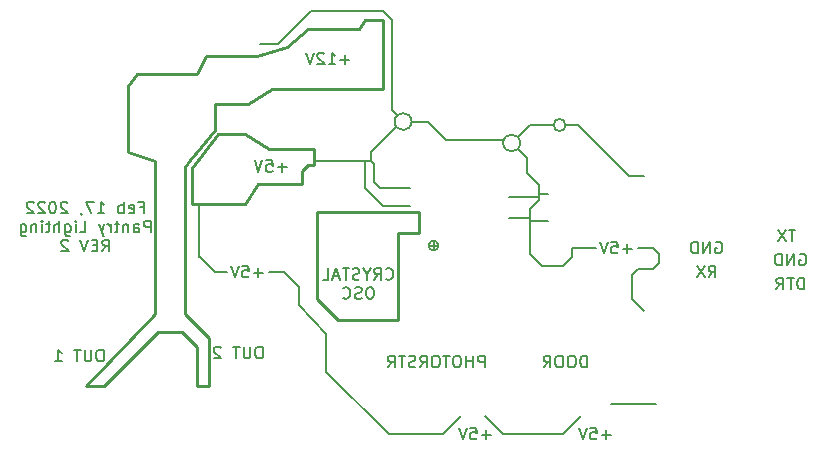
<source format=gbo>
%TF.GenerationSoftware,KiCad,Pcbnew,(6.0.0)*%
%TF.CreationDate,2022-05-28T20:15:04-06:00*%
%TF.ProjectId,PantryLights,50616e74-7279-44c6-9967-6874732e6b69,rev?*%
%TF.SameCoordinates,Original*%
%TF.FileFunction,Legend,Bot*%
%TF.FilePolarity,Positive*%
%FSLAX46Y46*%
G04 Gerber Fmt 4.6, Leading zero omitted, Abs format (unit mm)*
G04 Created by KiCad (PCBNEW (6.0.0)) date 2022-05-28 20:15:04*
%MOMM*%
%LPD*%
G01*
G04 APERTURE LIST*
%ADD10C,0.127000*%
%ADD11C,0.254000*%
%ADD12C,0.150000*%
%ADD13R,1.905000X2.000000*%
%ADD14O,1.905000X2.000000*%
%ADD15R,1.700000X1.700000*%
%ADD16O,1.700000X1.700000*%
%ADD17C,3.250000*%
%ADD18R,1.500000X1.500000*%
%ADD19C,1.500000*%
%ADD20C,2.300000*%
%ADD21R,2.600000X2.600000*%
%ADD22C,2.600000*%
%ADD23C,2.000000*%
%ADD24R,2.000000X1.905000*%
%ADD25O,2.000000X1.905000*%
%ADD26R,2.000000X4.600000*%
%ADD27O,2.000000X4.200000*%
%ADD28O,4.200000X2.000000*%
G04 APERTURE END LIST*
D10*
X142076000Y-79790000D02*
X135980000Y-79790000D01*
X157570000Y-89442000D02*
G75*
G03*
X157570000Y-89442000I-508000J0D01*
G01*
X163158000Y-104174000D02*
X164174000Y-105190000D01*
X134964000Y-103158000D02*
X134964000Y-104682000D01*
X142838000Y-88172000D02*
X142838000Y-80552000D01*
X143301122Y-88630178D02*
X142838000Y-88172000D01*
X126582000Y-100618000D02*
X127852000Y-101888000D01*
X153716420Y-90966000D02*
G75*
G03*
X153716420Y-90966000I-718420J0D01*
G01*
X158078000Y-100618000D02*
X158078000Y-99856000D01*
X141314000Y-94268000D02*
X141822000Y-94776000D01*
X141060000Y-92490000D02*
X141060000Y-91728000D01*
X153506000Y-91474000D02*
X154268000Y-92236000D01*
X154522000Y-97316000D02*
X152744000Y-97316000D01*
X140552000Y-92490000D02*
X140552000Y-94776000D01*
X133694000Y-101888000D02*
X134964000Y-103158000D01*
X144535367Y-89148885D02*
G75*
G03*
X144535367Y-89148885I-718420J0D01*
G01*
X165444000Y-101126000D02*
X164936000Y-101634000D01*
X142076000Y-96300000D02*
X141314000Y-95538000D01*
X154268000Y-93506000D02*
X155284000Y-94522000D01*
X145886000Y-89188000D02*
X147410000Y-90712000D01*
X164936000Y-99856000D02*
X163666000Y-99856000D01*
X165444000Y-100364000D02*
X165444000Y-101126000D01*
X141060000Y-92490000D02*
X141314000Y-92744000D01*
X135980000Y-79790000D02*
X133186000Y-82584000D01*
D11*
X145124000Y-98586000D02*
X143346000Y-98586000D01*
X143346000Y-98586000D02*
X143346000Y-105952000D01*
X143346000Y-105952000D02*
X138266000Y-105952000D01*
X138266000Y-105952000D02*
X136488000Y-104174000D01*
X136488000Y-104174000D02*
X136488000Y-96808000D01*
X136488000Y-96808000D02*
X145124000Y-96808000D01*
X145124000Y-96808000D02*
X145124000Y-98586000D01*
D10*
X155284000Y-95538000D02*
X152744000Y-95538000D01*
X154522000Y-96554000D02*
X154522000Y-100364000D01*
X126566000Y-96244000D02*
X126566000Y-100587000D01*
X152236000Y-115604000D02*
X157316000Y-115604000D01*
X163158000Y-102142000D02*
X163158000Y-104174000D01*
X140552000Y-94776000D02*
X141314000Y-95538000D01*
X164936000Y-101634000D02*
X163666000Y-101634000D01*
X141314000Y-92744000D02*
X141314000Y-93760000D01*
X137266000Y-107094000D02*
X137266000Y-110344000D01*
X155538000Y-101380000D02*
X157316000Y-101380000D01*
X133186000Y-82584000D02*
X131662000Y-82584000D01*
X163920000Y-93760000D02*
X164174000Y-93760000D01*
X154522000Y-100364000D02*
X155538000Y-101380000D01*
X142076000Y-96300000D02*
X144362000Y-96300000D01*
X134964000Y-104682000D02*
X137266000Y-107094000D01*
X153506000Y-90458000D02*
X154522000Y-89442000D01*
X163666000Y-101634000D02*
X163158000Y-102142000D01*
X147156000Y-115604000D02*
X148680000Y-114080000D01*
D11*
X132466000Y-91444000D02*
X136266000Y-91444000D01*
X136266000Y-91444000D02*
X136266000Y-92844000D01*
X136266000Y-92844000D02*
X135766000Y-92844000D01*
X135766000Y-92844000D02*
X135266000Y-93344000D01*
X135266000Y-93344000D02*
X135266000Y-94444000D01*
X135266000Y-94444000D02*
X131566000Y-94444000D01*
X131566000Y-94444000D02*
X130466000Y-96144000D01*
X130466000Y-96144000D02*
X125966000Y-96144000D01*
X125966000Y-96144000D02*
X125966000Y-93044000D01*
X125966000Y-93044000D02*
X128166000Y-90244000D01*
X128166000Y-90244000D02*
X130466000Y-90244000D01*
X130466000Y-90244000D02*
X132466000Y-91444000D01*
D10*
X164936000Y-99856000D02*
X165444000Y-100364000D01*
X157316000Y-101380000D02*
X158078000Y-100618000D01*
X150712000Y-114080000D02*
X152236000Y-115604000D01*
X127852000Y-101888000D02*
X128868000Y-101888000D01*
X141060000Y-92490000D02*
X136366000Y-92490000D01*
X162904000Y-93760000D02*
X163920000Y-93760000D01*
X155284000Y-94522000D02*
X155284000Y-95792000D01*
X142584000Y-115604000D02*
X147156000Y-115604000D01*
X133440000Y-101888000D02*
X133694000Y-101888000D01*
X155284000Y-95284000D02*
X156046000Y-95284000D01*
X141314000Y-93760000D02*
X141314000Y-94268000D01*
X161380000Y-113064000D02*
X165190000Y-113064000D01*
X157570000Y-89442000D02*
X158586000Y-89442000D01*
X144616000Y-89188000D02*
X145886000Y-89188000D01*
D11*
X142076000Y-86394000D02*
X132678000Y-86394000D01*
X132678000Y-86394000D02*
X130646000Y-87664000D01*
X130646000Y-87664000D02*
X127852000Y-87664000D01*
X127852000Y-87664000D02*
X127852000Y-89844000D01*
X127852000Y-89844000D02*
X126718524Y-91332449D01*
X126718524Y-91332449D02*
X125793496Y-92417411D01*
X125793496Y-92417411D02*
X125312000Y-92998000D01*
X125312000Y-92998000D02*
X125312000Y-105444000D01*
X125312000Y-105444000D02*
X127344000Y-107476000D01*
X127344000Y-107476000D02*
X127344000Y-111540000D01*
X127344000Y-111540000D02*
X126328000Y-111540000D01*
X126328000Y-111540000D02*
X126328000Y-108238000D01*
X126328000Y-108238000D02*
X125058000Y-106968000D01*
X125058000Y-106968000D02*
X123026000Y-106968000D01*
X123026000Y-106968000D02*
X118454000Y-111540000D01*
X118454000Y-111540000D02*
X116930000Y-111540000D01*
X116930000Y-111540000D02*
X122772000Y-105444000D01*
X122772000Y-105444000D02*
X122772000Y-92490000D01*
X122772000Y-92490000D02*
X120486000Y-91728000D01*
X120486000Y-91728000D02*
X120486000Y-86140000D01*
X120486000Y-86140000D02*
X121248000Y-85124000D01*
X121248000Y-85124000D02*
X126328000Y-85124000D01*
X126328000Y-85124000D02*
X127090000Y-83600000D01*
X127090000Y-83600000D02*
X131408000Y-83600000D01*
X131408000Y-83600000D02*
X133948000Y-82838000D01*
X133948000Y-82838000D02*
X135726000Y-81314000D01*
X135726000Y-81314000D02*
X140044000Y-81314000D01*
X140044000Y-81314000D02*
X140552000Y-80552000D01*
X140552000Y-80552000D02*
X142076000Y-80552000D01*
X142076000Y-80552000D02*
X142076000Y-86394000D01*
D10*
X155284000Y-95792000D02*
X154522000Y-96554000D01*
X141060000Y-91728000D02*
X143231961Y-89569614D01*
X157316000Y-115604000D02*
X158840000Y-114080000D01*
X147410000Y-90712000D02*
X152236000Y-90712000D01*
X132424000Y-101888000D02*
X133440000Y-101888000D01*
X154268000Y-92236000D02*
X154268000Y-93506000D01*
X158586000Y-89442000D02*
X162904000Y-93760000D01*
X158078000Y-99856000D02*
X160110000Y-99856000D01*
X154522000Y-97570000D02*
X156046000Y-97570000D01*
X141822000Y-94776000D02*
X144362000Y-94776000D01*
X154522000Y-89442000D02*
X156554000Y-89442000D01*
X142838000Y-80552000D02*
X142076000Y-79790000D01*
X137266000Y-110344000D02*
X142584000Y-115604000D01*
D12*
X131931714Y-101959428D02*
X131169809Y-101959428D01*
X131550761Y-102340380D02*
X131550761Y-101578476D01*
X130217428Y-101340380D02*
X130693619Y-101340380D01*
X130741238Y-101816571D01*
X130693619Y-101768952D01*
X130598380Y-101721333D01*
X130360285Y-101721333D01*
X130265047Y-101768952D01*
X130217428Y-101816571D01*
X130169809Y-101911809D01*
X130169809Y-102149904D01*
X130217428Y-102245142D01*
X130265047Y-102292761D01*
X130360285Y-102340380D01*
X130598380Y-102340380D01*
X130693619Y-102292761D01*
X130741238Y-102245142D01*
X129884095Y-101340380D02*
X129550761Y-102340380D01*
X129217428Y-101340380D01*
X131741142Y-108198380D02*
X131550666Y-108198380D01*
X131455428Y-108246000D01*
X131360190Y-108341238D01*
X131312571Y-108531714D01*
X131312571Y-108865047D01*
X131360190Y-109055523D01*
X131455428Y-109150761D01*
X131550666Y-109198380D01*
X131741142Y-109198380D01*
X131836380Y-109150761D01*
X131931619Y-109055523D01*
X131979238Y-108865047D01*
X131979238Y-108531714D01*
X131931619Y-108341238D01*
X131836380Y-108246000D01*
X131741142Y-108198380D01*
X130884000Y-108198380D02*
X130884000Y-109007904D01*
X130836380Y-109103142D01*
X130788761Y-109150761D01*
X130693523Y-109198380D01*
X130503047Y-109198380D01*
X130407809Y-109150761D01*
X130360190Y-109103142D01*
X130312571Y-109007904D01*
X130312571Y-108198380D01*
X129979238Y-108198380D02*
X129407809Y-108198380D01*
X129693523Y-109198380D02*
X129693523Y-108198380D01*
X128360190Y-108293619D02*
X128312571Y-108246000D01*
X128217333Y-108198380D01*
X127979238Y-108198380D01*
X127884000Y-108246000D01*
X127836380Y-108293619D01*
X127788761Y-108388857D01*
X127788761Y-108484095D01*
X127836380Y-108626952D01*
X128407809Y-109198380D01*
X127788761Y-109198380D01*
X161395714Y-115675428D02*
X160633809Y-115675428D01*
X161014761Y-116056380D02*
X161014761Y-115294476D01*
X159681428Y-115056380D02*
X160157619Y-115056380D01*
X160205238Y-115532571D01*
X160157619Y-115484952D01*
X160062380Y-115437333D01*
X159824285Y-115437333D01*
X159729047Y-115484952D01*
X159681428Y-115532571D01*
X159633809Y-115627809D01*
X159633809Y-115865904D01*
X159681428Y-115961142D01*
X159729047Y-116008761D01*
X159824285Y-116056380D01*
X160062380Y-116056380D01*
X160157619Y-116008761D01*
X160205238Y-115961142D01*
X159348095Y-115056380D02*
X159014761Y-116056380D01*
X158681428Y-115056380D01*
X177762857Y-103356380D02*
X177762857Y-102356380D01*
X177524761Y-102356380D01*
X177381904Y-102404000D01*
X177286666Y-102499238D01*
X177239047Y-102594476D01*
X177191428Y-102784952D01*
X177191428Y-102927809D01*
X177239047Y-103118285D01*
X177286666Y-103213523D01*
X177381904Y-103308761D01*
X177524761Y-103356380D01*
X177762857Y-103356380D01*
X176905714Y-102356380D02*
X176334285Y-102356380D01*
X176620000Y-103356380D02*
X176620000Y-102356380D01*
X175429523Y-103356380D02*
X175762857Y-102880190D01*
X176000952Y-103356380D02*
X176000952Y-102356380D01*
X175620000Y-102356380D01*
X175524761Y-102404000D01*
X175477142Y-102451619D01*
X175429523Y-102546857D01*
X175429523Y-102689714D01*
X175477142Y-102784952D01*
X175524761Y-102832571D01*
X175620000Y-102880190D01*
X176000952Y-102880190D01*
X163173714Y-99927428D02*
X162411809Y-99927428D01*
X162792761Y-100308380D02*
X162792761Y-99546476D01*
X161459428Y-99308380D02*
X161935619Y-99308380D01*
X161983238Y-99784571D01*
X161935619Y-99736952D01*
X161840380Y-99689333D01*
X161602285Y-99689333D01*
X161507047Y-99736952D01*
X161459428Y-99784571D01*
X161411809Y-99879809D01*
X161411809Y-100117904D01*
X161459428Y-100213142D01*
X161507047Y-100260761D01*
X161602285Y-100308380D01*
X161840380Y-100308380D01*
X161935619Y-100260761D01*
X161983238Y-100213142D01*
X161126095Y-99308380D02*
X160792761Y-100308380D01*
X160459428Y-99308380D01*
X142353523Y-102456142D02*
X142401142Y-102503761D01*
X142544000Y-102551380D01*
X142639238Y-102551380D01*
X142782095Y-102503761D01*
X142877333Y-102408523D01*
X142924952Y-102313285D01*
X142972571Y-102122809D01*
X142972571Y-101979952D01*
X142924952Y-101789476D01*
X142877333Y-101694238D01*
X142782095Y-101599000D01*
X142639238Y-101551380D01*
X142544000Y-101551380D01*
X142401142Y-101599000D01*
X142353523Y-101646619D01*
X141353523Y-102551380D02*
X141686857Y-102075190D01*
X141924952Y-102551380D02*
X141924952Y-101551380D01*
X141544000Y-101551380D01*
X141448761Y-101599000D01*
X141401142Y-101646619D01*
X141353523Y-101741857D01*
X141353523Y-101884714D01*
X141401142Y-101979952D01*
X141448761Y-102027571D01*
X141544000Y-102075190D01*
X141924952Y-102075190D01*
X140734476Y-102075190D02*
X140734476Y-102551380D01*
X141067809Y-101551380D02*
X140734476Y-102075190D01*
X140401142Y-101551380D01*
X140115428Y-102503761D02*
X139972571Y-102551380D01*
X139734476Y-102551380D01*
X139639238Y-102503761D01*
X139591619Y-102456142D01*
X139544000Y-102360904D01*
X139544000Y-102265666D01*
X139591619Y-102170428D01*
X139639238Y-102122809D01*
X139734476Y-102075190D01*
X139924952Y-102027571D01*
X140020190Y-101979952D01*
X140067809Y-101932333D01*
X140115428Y-101837095D01*
X140115428Y-101741857D01*
X140067809Y-101646619D01*
X140020190Y-101599000D01*
X139924952Y-101551380D01*
X139686857Y-101551380D01*
X139544000Y-101599000D01*
X139258285Y-101551380D02*
X138686857Y-101551380D01*
X138972571Y-102551380D02*
X138972571Y-101551380D01*
X138401142Y-102265666D02*
X137924952Y-102265666D01*
X138496380Y-102551380D02*
X138163047Y-101551380D01*
X137829714Y-102551380D01*
X137020190Y-102551380D02*
X137496380Y-102551380D01*
X137496380Y-101551380D01*
X141115428Y-103161380D02*
X140924952Y-103161380D01*
X140829714Y-103209000D01*
X140734476Y-103304238D01*
X140686857Y-103494714D01*
X140686857Y-103828047D01*
X140734476Y-104018523D01*
X140829714Y-104113761D01*
X140924952Y-104161380D01*
X141115428Y-104161380D01*
X141210666Y-104113761D01*
X141305904Y-104018523D01*
X141353523Y-103828047D01*
X141353523Y-103494714D01*
X141305904Y-103304238D01*
X141210666Y-103209000D01*
X141115428Y-103161380D01*
X140305904Y-104113761D02*
X140163047Y-104161380D01*
X139924952Y-104161380D01*
X139829714Y-104113761D01*
X139782095Y-104066142D01*
X139734476Y-103970904D01*
X139734476Y-103875666D01*
X139782095Y-103780428D01*
X139829714Y-103732809D01*
X139924952Y-103685190D01*
X140115428Y-103637571D01*
X140210666Y-103589952D01*
X140258285Y-103542333D01*
X140305904Y-103447095D01*
X140305904Y-103351857D01*
X140258285Y-103256619D01*
X140210666Y-103209000D01*
X140115428Y-103161380D01*
X139877333Y-103161380D01*
X139734476Y-103209000D01*
X138734476Y-104066142D02*
X138782095Y-104113761D01*
X138924952Y-104161380D01*
X139020190Y-104161380D01*
X139163047Y-104113761D01*
X139258285Y-104018523D01*
X139305904Y-103923285D01*
X139353523Y-103732809D01*
X139353523Y-103589952D01*
X139305904Y-103399476D01*
X139258285Y-103304238D01*
X139163047Y-103209000D01*
X139020190Y-103161380D01*
X138924952Y-103161380D01*
X138782095Y-103209000D01*
X138734476Y-103256619D01*
X151235714Y-115675428D02*
X150473809Y-115675428D01*
X150854761Y-116056380D02*
X150854761Y-115294476D01*
X149521428Y-115056380D02*
X149997619Y-115056380D01*
X150045238Y-115532571D01*
X149997619Y-115484952D01*
X149902380Y-115437333D01*
X149664285Y-115437333D01*
X149569047Y-115484952D01*
X149521428Y-115532571D01*
X149473809Y-115627809D01*
X149473809Y-115865904D01*
X149521428Y-115961142D01*
X149569047Y-116008761D01*
X149664285Y-116056380D01*
X149902380Y-116056380D01*
X149997619Y-116008761D01*
X150045238Y-115961142D01*
X149188095Y-115056380D02*
X148854761Y-116056380D01*
X148521428Y-115056380D01*
X133951714Y-93015428D02*
X133189809Y-93015428D01*
X133570761Y-93396380D02*
X133570761Y-92634476D01*
X132237428Y-92396380D02*
X132713619Y-92396380D01*
X132761238Y-92872571D01*
X132713619Y-92824952D01*
X132618380Y-92777333D01*
X132380285Y-92777333D01*
X132285047Y-92824952D01*
X132237428Y-92872571D01*
X132189809Y-92967809D01*
X132189809Y-93205904D01*
X132237428Y-93301142D01*
X132285047Y-93348761D01*
X132380285Y-93396380D01*
X132618380Y-93396380D01*
X132713619Y-93348761D01*
X132761238Y-93301142D01*
X131904095Y-92396380D02*
X131570761Y-93396380D01*
X131237428Y-92396380D01*
X150719428Y-109960380D02*
X150719428Y-108960380D01*
X150338476Y-108960380D01*
X150243238Y-109008000D01*
X150195619Y-109055619D01*
X150148000Y-109150857D01*
X150148000Y-109293714D01*
X150195619Y-109388952D01*
X150243238Y-109436571D01*
X150338476Y-109484190D01*
X150719428Y-109484190D01*
X149719428Y-109960380D02*
X149719428Y-108960380D01*
X149719428Y-109436571D02*
X149148000Y-109436571D01*
X149148000Y-109960380D02*
X149148000Y-108960380D01*
X148481333Y-108960380D02*
X148290857Y-108960380D01*
X148195619Y-109008000D01*
X148100380Y-109103238D01*
X148052761Y-109293714D01*
X148052761Y-109627047D01*
X148100380Y-109817523D01*
X148195619Y-109912761D01*
X148290857Y-109960380D01*
X148481333Y-109960380D01*
X148576571Y-109912761D01*
X148671809Y-109817523D01*
X148719428Y-109627047D01*
X148719428Y-109293714D01*
X148671809Y-109103238D01*
X148576571Y-109008000D01*
X148481333Y-108960380D01*
X147767047Y-108960380D02*
X147195619Y-108960380D01*
X147481333Y-109960380D02*
X147481333Y-108960380D01*
X146671809Y-108960380D02*
X146481333Y-108960380D01*
X146386095Y-109008000D01*
X146290857Y-109103238D01*
X146243238Y-109293714D01*
X146243238Y-109627047D01*
X146290857Y-109817523D01*
X146386095Y-109912761D01*
X146481333Y-109960380D01*
X146671809Y-109960380D01*
X146767047Y-109912761D01*
X146862285Y-109817523D01*
X146909904Y-109627047D01*
X146909904Y-109293714D01*
X146862285Y-109103238D01*
X146767047Y-109008000D01*
X146671809Y-108960380D01*
X145243238Y-109960380D02*
X145576571Y-109484190D01*
X145814666Y-109960380D02*
X145814666Y-108960380D01*
X145433714Y-108960380D01*
X145338476Y-109008000D01*
X145290857Y-109055619D01*
X145243238Y-109150857D01*
X145243238Y-109293714D01*
X145290857Y-109388952D01*
X145338476Y-109436571D01*
X145433714Y-109484190D01*
X145814666Y-109484190D01*
X144862285Y-109912761D02*
X144719428Y-109960380D01*
X144481333Y-109960380D01*
X144386095Y-109912761D01*
X144338476Y-109865142D01*
X144290857Y-109769904D01*
X144290857Y-109674666D01*
X144338476Y-109579428D01*
X144386095Y-109531809D01*
X144481333Y-109484190D01*
X144671809Y-109436571D01*
X144767047Y-109388952D01*
X144814666Y-109341333D01*
X144862285Y-109246095D01*
X144862285Y-109150857D01*
X144814666Y-109055619D01*
X144767047Y-109008000D01*
X144671809Y-108960380D01*
X144433714Y-108960380D01*
X144290857Y-109008000D01*
X144005142Y-108960380D02*
X143433714Y-108960380D01*
X143719428Y-109960380D02*
X143719428Y-108960380D01*
X142528952Y-109960380D02*
X142862285Y-109484190D01*
X143100380Y-109960380D02*
X143100380Y-108960380D01*
X142719428Y-108960380D01*
X142624190Y-109008000D01*
X142576571Y-109055619D01*
X142528952Y-109150857D01*
X142528952Y-109293714D01*
X142576571Y-109388952D01*
X142624190Y-109436571D01*
X142719428Y-109484190D01*
X143100380Y-109484190D01*
X139265904Y-83925428D02*
X138504000Y-83925428D01*
X138884952Y-84306380D02*
X138884952Y-83544476D01*
X137504000Y-84306380D02*
X138075428Y-84306380D01*
X137789714Y-84306380D02*
X137789714Y-83306380D01*
X137884952Y-83449238D01*
X137980190Y-83544476D01*
X138075428Y-83592095D01*
X137123047Y-83401619D02*
X137075428Y-83354000D01*
X136980190Y-83306380D01*
X136742095Y-83306380D01*
X136646857Y-83354000D01*
X136599238Y-83401619D01*
X136551619Y-83496857D01*
X136551619Y-83592095D01*
X136599238Y-83734952D01*
X137170666Y-84306380D01*
X136551619Y-84306380D01*
X136265904Y-83306380D02*
X135932571Y-84306380D01*
X135599238Y-83306380D01*
X177027904Y-98296380D02*
X176456476Y-98296380D01*
X176742190Y-99296380D02*
X176742190Y-98296380D01*
X176218380Y-98296380D02*
X175551714Y-99296380D01*
X175551714Y-98296380D02*
X176218380Y-99296380D01*
X118279142Y-108452380D02*
X118088666Y-108452380D01*
X117993428Y-108500000D01*
X117898190Y-108595238D01*
X117850571Y-108785714D01*
X117850571Y-109119047D01*
X117898190Y-109309523D01*
X117993428Y-109404761D01*
X118088666Y-109452380D01*
X118279142Y-109452380D01*
X118374380Y-109404761D01*
X118469619Y-109309523D01*
X118517238Y-109119047D01*
X118517238Y-108785714D01*
X118469619Y-108595238D01*
X118374380Y-108500000D01*
X118279142Y-108452380D01*
X117422000Y-108452380D02*
X117422000Y-109261904D01*
X117374380Y-109357142D01*
X117326761Y-109404761D01*
X117231523Y-109452380D01*
X117041047Y-109452380D01*
X116945809Y-109404761D01*
X116898190Y-109357142D01*
X116850571Y-109261904D01*
X116850571Y-108452380D01*
X116517238Y-108452380D02*
X115945809Y-108452380D01*
X116231523Y-109452380D02*
X116231523Y-108452380D01*
X114326761Y-109452380D02*
X114898190Y-109452380D01*
X114612476Y-109452380D02*
X114612476Y-108452380D01*
X114707714Y-108595238D01*
X114802952Y-108690476D01*
X114898190Y-108738095D01*
X177381904Y-100372000D02*
X177477142Y-100324380D01*
X177620000Y-100324380D01*
X177762857Y-100372000D01*
X177858095Y-100467238D01*
X177905714Y-100562476D01*
X177953333Y-100752952D01*
X177953333Y-100895809D01*
X177905714Y-101086285D01*
X177858095Y-101181523D01*
X177762857Y-101276761D01*
X177620000Y-101324380D01*
X177524761Y-101324380D01*
X177381904Y-101276761D01*
X177334285Y-101229142D01*
X177334285Y-100895809D01*
X177524761Y-100895809D01*
X176905714Y-101324380D02*
X176905714Y-100324380D01*
X176334285Y-101324380D01*
X176334285Y-100324380D01*
X175858095Y-101324380D02*
X175858095Y-100324380D01*
X175620000Y-100324380D01*
X175477142Y-100372000D01*
X175381904Y-100467238D01*
X175334285Y-100562476D01*
X175286666Y-100752952D01*
X175286666Y-100895809D01*
X175334285Y-101086285D01*
X175381904Y-101181523D01*
X175477142Y-101276761D01*
X175620000Y-101324380D01*
X175858095Y-101324380D01*
X169674666Y-102340380D02*
X170008000Y-101864190D01*
X170246095Y-102340380D02*
X170246095Y-101340380D01*
X169865142Y-101340380D01*
X169769904Y-101388000D01*
X169722285Y-101435619D01*
X169674666Y-101530857D01*
X169674666Y-101673714D01*
X169722285Y-101768952D01*
X169769904Y-101816571D01*
X169865142Y-101864190D01*
X170246095Y-101864190D01*
X169341333Y-101340380D02*
X168674666Y-102340380D01*
X168674666Y-101340380D02*
X169341333Y-102340380D01*
X170269904Y-99356000D02*
X170365142Y-99308380D01*
X170508000Y-99308380D01*
X170650857Y-99356000D01*
X170746095Y-99451238D01*
X170793714Y-99546476D01*
X170841333Y-99736952D01*
X170841333Y-99879809D01*
X170793714Y-100070285D01*
X170746095Y-100165523D01*
X170650857Y-100260761D01*
X170508000Y-100308380D01*
X170412761Y-100308380D01*
X170269904Y-100260761D01*
X170222285Y-100213142D01*
X170222285Y-99879809D01*
X170412761Y-99879809D01*
X169793714Y-100308380D02*
X169793714Y-99308380D01*
X169222285Y-100308380D01*
X169222285Y-99308380D01*
X168746095Y-100308380D02*
X168746095Y-99308380D01*
X168508000Y-99308380D01*
X168365142Y-99356000D01*
X168269904Y-99451238D01*
X168222285Y-99546476D01*
X168174666Y-99736952D01*
X168174666Y-99879809D01*
X168222285Y-100070285D01*
X168269904Y-100165523D01*
X168365142Y-100260761D01*
X168508000Y-100308380D01*
X168746095Y-100308380D01*
X146489238Y-99292476D02*
X146298761Y-99292476D01*
X146108285Y-99387714D01*
X146013047Y-99578190D01*
X146013047Y-99768666D01*
X146108285Y-99959142D01*
X146298761Y-100054380D01*
X146489238Y-100054380D01*
X146679714Y-99959142D01*
X146774952Y-99768666D01*
X146774952Y-99578190D01*
X146679714Y-99387714D01*
X146489238Y-99292476D01*
X146679714Y-99673428D02*
X146108285Y-99673428D01*
X146394000Y-99387714D02*
X146394000Y-99959142D01*
X121525238Y-96396571D02*
X121858571Y-96396571D01*
X121858571Y-96920380D02*
X121858571Y-95920380D01*
X121382380Y-95920380D01*
X120620476Y-96872761D02*
X120715714Y-96920380D01*
X120906190Y-96920380D01*
X121001428Y-96872761D01*
X121049047Y-96777523D01*
X121049047Y-96396571D01*
X121001428Y-96301333D01*
X120906190Y-96253714D01*
X120715714Y-96253714D01*
X120620476Y-96301333D01*
X120572857Y-96396571D01*
X120572857Y-96491809D01*
X121049047Y-96587047D01*
X120144285Y-96920380D02*
X120144285Y-95920380D01*
X120144285Y-96301333D02*
X120049047Y-96253714D01*
X119858571Y-96253714D01*
X119763333Y-96301333D01*
X119715714Y-96348952D01*
X119668095Y-96444190D01*
X119668095Y-96729904D01*
X119715714Y-96825142D01*
X119763333Y-96872761D01*
X119858571Y-96920380D01*
X120049047Y-96920380D01*
X120144285Y-96872761D01*
X117953809Y-96920380D02*
X118525238Y-96920380D01*
X118239523Y-96920380D02*
X118239523Y-95920380D01*
X118334761Y-96063238D01*
X118430000Y-96158476D01*
X118525238Y-96206095D01*
X117620476Y-95920380D02*
X116953809Y-95920380D01*
X117382380Y-96920380D01*
X116525238Y-96872761D02*
X116525238Y-96920380D01*
X116572857Y-97015619D01*
X116620476Y-97063238D01*
X115382380Y-96015619D02*
X115334761Y-95968000D01*
X115239523Y-95920380D01*
X115001428Y-95920380D01*
X114906190Y-95968000D01*
X114858571Y-96015619D01*
X114810952Y-96110857D01*
X114810952Y-96206095D01*
X114858571Y-96348952D01*
X115430000Y-96920380D01*
X114810952Y-96920380D01*
X114191904Y-95920380D02*
X114096666Y-95920380D01*
X114001428Y-95968000D01*
X113953809Y-96015619D01*
X113906190Y-96110857D01*
X113858571Y-96301333D01*
X113858571Y-96539428D01*
X113906190Y-96729904D01*
X113953809Y-96825142D01*
X114001428Y-96872761D01*
X114096666Y-96920380D01*
X114191904Y-96920380D01*
X114287142Y-96872761D01*
X114334761Y-96825142D01*
X114382380Y-96729904D01*
X114430000Y-96539428D01*
X114430000Y-96301333D01*
X114382380Y-96110857D01*
X114334761Y-96015619D01*
X114287142Y-95968000D01*
X114191904Y-95920380D01*
X113477619Y-96015619D02*
X113430000Y-95968000D01*
X113334761Y-95920380D01*
X113096666Y-95920380D01*
X113001428Y-95968000D01*
X112953809Y-96015619D01*
X112906190Y-96110857D01*
X112906190Y-96206095D01*
X112953809Y-96348952D01*
X113525238Y-96920380D01*
X112906190Y-96920380D01*
X112525238Y-96015619D02*
X112477619Y-95968000D01*
X112382380Y-95920380D01*
X112144285Y-95920380D01*
X112049047Y-95968000D01*
X112001428Y-96015619D01*
X111953809Y-96110857D01*
X111953809Y-96206095D01*
X112001428Y-96348952D01*
X112572857Y-96920380D01*
X111953809Y-96920380D01*
X122430000Y-98530380D02*
X122430000Y-97530380D01*
X122049047Y-97530380D01*
X121953809Y-97578000D01*
X121906190Y-97625619D01*
X121858571Y-97720857D01*
X121858571Y-97863714D01*
X121906190Y-97958952D01*
X121953809Y-98006571D01*
X122049047Y-98054190D01*
X122430000Y-98054190D01*
X121001428Y-98530380D02*
X121001428Y-98006571D01*
X121049047Y-97911333D01*
X121144285Y-97863714D01*
X121334761Y-97863714D01*
X121430000Y-97911333D01*
X121001428Y-98482761D02*
X121096666Y-98530380D01*
X121334761Y-98530380D01*
X121430000Y-98482761D01*
X121477619Y-98387523D01*
X121477619Y-98292285D01*
X121430000Y-98197047D01*
X121334761Y-98149428D01*
X121096666Y-98149428D01*
X121001428Y-98101809D01*
X120525238Y-97863714D02*
X120525238Y-98530380D01*
X120525238Y-97958952D02*
X120477619Y-97911333D01*
X120382380Y-97863714D01*
X120239523Y-97863714D01*
X120144285Y-97911333D01*
X120096666Y-98006571D01*
X120096666Y-98530380D01*
X119763333Y-97863714D02*
X119382380Y-97863714D01*
X119620476Y-97530380D02*
X119620476Y-98387523D01*
X119572857Y-98482761D01*
X119477619Y-98530380D01*
X119382380Y-98530380D01*
X119049047Y-98530380D02*
X119049047Y-97863714D01*
X119049047Y-98054190D02*
X119001428Y-97958952D01*
X118953809Y-97911333D01*
X118858571Y-97863714D01*
X118763333Y-97863714D01*
X118525238Y-97863714D02*
X118287142Y-98530380D01*
X118049047Y-97863714D02*
X118287142Y-98530380D01*
X118382380Y-98768476D01*
X118430000Y-98816095D01*
X118525238Y-98863714D01*
X116430000Y-98530380D02*
X116906190Y-98530380D01*
X116906190Y-97530380D01*
X116096666Y-98530380D02*
X116096666Y-97863714D01*
X116096666Y-97530380D02*
X116144285Y-97578000D01*
X116096666Y-97625619D01*
X116049047Y-97578000D01*
X116096666Y-97530380D01*
X116096666Y-97625619D01*
X115191904Y-97863714D02*
X115191904Y-98673238D01*
X115239523Y-98768476D01*
X115287142Y-98816095D01*
X115382380Y-98863714D01*
X115525238Y-98863714D01*
X115620476Y-98816095D01*
X115191904Y-98482761D02*
X115287142Y-98530380D01*
X115477619Y-98530380D01*
X115572857Y-98482761D01*
X115620476Y-98435142D01*
X115668095Y-98339904D01*
X115668095Y-98054190D01*
X115620476Y-97958952D01*
X115572857Y-97911333D01*
X115477619Y-97863714D01*
X115287142Y-97863714D01*
X115191904Y-97911333D01*
X114715714Y-98530380D02*
X114715714Y-97530380D01*
X114287142Y-98530380D02*
X114287142Y-98006571D01*
X114334761Y-97911333D01*
X114430000Y-97863714D01*
X114572857Y-97863714D01*
X114668095Y-97911333D01*
X114715714Y-97958952D01*
X113953809Y-97863714D02*
X113572857Y-97863714D01*
X113810952Y-97530380D02*
X113810952Y-98387523D01*
X113763333Y-98482761D01*
X113668095Y-98530380D01*
X113572857Y-98530380D01*
X113239523Y-98530380D02*
X113239523Y-97863714D01*
X113239523Y-97530380D02*
X113287142Y-97578000D01*
X113239523Y-97625619D01*
X113191904Y-97578000D01*
X113239523Y-97530380D01*
X113239523Y-97625619D01*
X112763333Y-97863714D02*
X112763333Y-98530380D01*
X112763333Y-97958952D02*
X112715714Y-97911333D01*
X112620476Y-97863714D01*
X112477619Y-97863714D01*
X112382380Y-97911333D01*
X112334761Y-98006571D01*
X112334761Y-98530380D01*
X111430000Y-97863714D02*
X111430000Y-98673238D01*
X111477619Y-98768476D01*
X111525238Y-98816095D01*
X111620476Y-98863714D01*
X111763333Y-98863714D01*
X111858571Y-98816095D01*
X111430000Y-98482761D02*
X111525238Y-98530380D01*
X111715714Y-98530380D01*
X111810952Y-98482761D01*
X111858571Y-98435142D01*
X111906190Y-98339904D01*
X111906190Y-98054190D01*
X111858571Y-97958952D01*
X111810952Y-97911333D01*
X111715714Y-97863714D01*
X111525238Y-97863714D01*
X111430000Y-97911333D01*
X118358571Y-100140380D02*
X118691904Y-99664190D01*
X118930000Y-100140380D02*
X118930000Y-99140380D01*
X118549047Y-99140380D01*
X118453809Y-99188000D01*
X118406190Y-99235619D01*
X118358571Y-99330857D01*
X118358571Y-99473714D01*
X118406190Y-99568952D01*
X118453809Y-99616571D01*
X118549047Y-99664190D01*
X118930000Y-99664190D01*
X117930000Y-99616571D02*
X117596666Y-99616571D01*
X117453809Y-100140380D02*
X117930000Y-100140380D01*
X117930000Y-99140380D01*
X117453809Y-99140380D01*
X117168095Y-99140380D02*
X116834761Y-100140380D01*
X116501428Y-99140380D01*
X115453809Y-99235619D02*
X115406190Y-99188000D01*
X115310952Y-99140380D01*
X115072857Y-99140380D01*
X114977619Y-99188000D01*
X114930000Y-99235619D01*
X114882380Y-99330857D01*
X114882380Y-99426095D01*
X114930000Y-99568952D01*
X115501428Y-100140380D01*
X114882380Y-100140380D01*
X159379523Y-109960380D02*
X159379523Y-108960380D01*
X159141428Y-108960380D01*
X158998571Y-109008000D01*
X158903333Y-109103238D01*
X158855714Y-109198476D01*
X158808095Y-109388952D01*
X158808095Y-109531809D01*
X158855714Y-109722285D01*
X158903333Y-109817523D01*
X158998571Y-109912761D01*
X159141428Y-109960380D01*
X159379523Y-109960380D01*
X158189047Y-108960380D02*
X157998571Y-108960380D01*
X157903333Y-109008000D01*
X157808095Y-109103238D01*
X157760476Y-109293714D01*
X157760476Y-109627047D01*
X157808095Y-109817523D01*
X157903333Y-109912761D01*
X157998571Y-109960380D01*
X158189047Y-109960380D01*
X158284285Y-109912761D01*
X158379523Y-109817523D01*
X158427142Y-109627047D01*
X158427142Y-109293714D01*
X158379523Y-109103238D01*
X158284285Y-109008000D01*
X158189047Y-108960380D01*
X157141428Y-108960380D02*
X156950952Y-108960380D01*
X156855714Y-109008000D01*
X156760476Y-109103238D01*
X156712857Y-109293714D01*
X156712857Y-109627047D01*
X156760476Y-109817523D01*
X156855714Y-109912761D01*
X156950952Y-109960380D01*
X157141428Y-109960380D01*
X157236666Y-109912761D01*
X157331904Y-109817523D01*
X157379523Y-109627047D01*
X157379523Y-109293714D01*
X157331904Y-109103238D01*
X157236666Y-109008000D01*
X157141428Y-108960380D01*
X155712857Y-109960380D02*
X156046190Y-109484190D01*
X156284285Y-109960380D02*
X156284285Y-108960380D01*
X155903333Y-108960380D01*
X155808095Y-109008000D01*
X155760476Y-109055619D01*
X155712857Y-109150857D01*
X155712857Y-109293714D01*
X155760476Y-109388952D01*
X155808095Y-109436571D01*
X155903333Y-109484190D01*
X156284285Y-109484190D01*
%LPC*%
D13*
%TO.C,Q2*%
X128106000Y-104174000D03*
D14*
X130646000Y-104174000D03*
X133186000Y-104174000D03*
%TD*%
D15*
%TO.C,J5*%
X166206000Y-115487000D03*
D16*
X166206000Y-112947000D03*
X168746000Y-115487000D03*
X168746000Y-112947000D03*
X171286000Y-115487000D03*
X171286000Y-112947000D03*
%TD*%
D13*
%TO.C,Q1*%
X115406000Y-104174000D03*
D14*
X117946000Y-104174000D03*
X120486000Y-104174000D03*
%TD*%
D17*
%TO.C,J2*%
X176366000Y-94014000D03*
X176366000Y-106714000D03*
D18*
X173826000Y-96804000D03*
D19*
X172046000Y-97820000D03*
X173826000Y-98836000D03*
X172046000Y-99852000D03*
X173826000Y-100868000D03*
X172046000Y-101884000D03*
X173826000Y-102900000D03*
X172046000Y-103916000D03*
X167226000Y-93504000D03*
X167226000Y-95794000D03*
X167226000Y-104934000D03*
X167226000Y-107224000D03*
D20*
X172936000Y-92234000D03*
X172936000Y-108494000D03*
%TD*%
D21*
%TO.C,J3*%
X116676000Y-113064000D03*
D22*
X121756000Y-113064000D03*
X126836000Y-113064000D03*
X131916000Y-113064000D03*
%TD*%
D23*
%TO.C,SW4*%
X149406000Y-80604000D03*
X144906000Y-80604000D03*
X149406000Y-87104000D03*
X144906000Y-87104000D03*
%TD*%
%TO.C,SW2*%
X163956000Y-87104000D03*
X168456000Y-87104000D03*
X163956000Y-80604000D03*
X168456000Y-80604000D03*
%TD*%
%TO.C,SW3*%
X172846000Y-87104000D03*
X177346000Y-87104000D03*
X172846000Y-80604000D03*
X177346000Y-80604000D03*
%TD*%
D24*
%TO.C,U2*%
X129376000Y-86394000D03*
D25*
X129376000Y-88934000D03*
X129376000Y-91474000D03*
%TD*%
D21*
%TO.C,J4*%
X144616000Y-113064000D03*
D22*
X149696000Y-113064000D03*
X154776000Y-113064000D03*
X159856000Y-113064000D03*
%TD*%
D26*
%TO.C,J1*%
X123026000Y-88934000D03*
D27*
X116726000Y-88934000D03*
D28*
X120126000Y-93734000D03*
%TD*%
D23*
%TO.C,SW1*%
X155066000Y-87104000D03*
X159566000Y-87104000D03*
X155066000Y-80604000D03*
X159566000Y-80604000D03*
%TD*%
M02*

</source>
